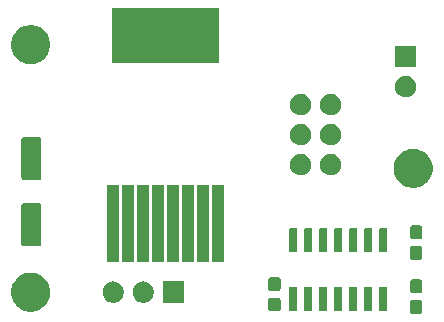
<source format=gbr>
G04 #@! TF.GenerationSoftware,KiCad,Pcbnew,(5.1.5-0)*
G04 #@! TF.CreationDate,2020-01-21T16:49:25-05:00*
G04 #@! TF.ProjectId,lever,6c657665-722e-46b6-9963-61645f706362,1.1*
G04 #@! TF.SameCoordinates,Original*
G04 #@! TF.FileFunction,Soldermask,Top*
G04 #@! TF.FilePolarity,Negative*
%FSLAX46Y46*%
G04 Gerber Fmt 4.6, Leading zero omitted, Abs format (unit mm)*
G04 Created by KiCad (PCBNEW (5.1.5-0)) date 2020-01-21 16:49:25*
%MOMM*%
%LPD*%
G04 APERTURE LIST*
%ADD10C,0.100000*%
G04 APERTURE END LIST*
D10*
G36*
X133968499Y-95299445D02*
G01*
X134005995Y-95310820D01*
X134040554Y-95329292D01*
X134070847Y-95354153D01*
X134095708Y-95384446D01*
X134114180Y-95419005D01*
X134125555Y-95456501D01*
X134130000Y-95501638D01*
X134130000Y-96240362D01*
X134125555Y-96285499D01*
X134114180Y-96322995D01*
X134095708Y-96357554D01*
X134070847Y-96387847D01*
X134040554Y-96412708D01*
X134005995Y-96431180D01*
X133968499Y-96442555D01*
X133923362Y-96447000D01*
X133284638Y-96447000D01*
X133239501Y-96442555D01*
X133202005Y-96431180D01*
X133167446Y-96412708D01*
X133137153Y-96387847D01*
X133112292Y-96357554D01*
X133093820Y-96322995D01*
X133082445Y-96285499D01*
X133078000Y-96240362D01*
X133078000Y-95501638D01*
X133082445Y-95456501D01*
X133093820Y-95419005D01*
X133112292Y-95384446D01*
X133137153Y-95354153D01*
X133167446Y-95329292D01*
X133202005Y-95310820D01*
X133239501Y-95299445D01*
X133284638Y-95295000D01*
X133923362Y-95295000D01*
X133968499Y-95299445D01*
G37*
G36*
X101340256Y-93006298D02*
G01*
X101446579Y-93027447D01*
X101747042Y-93151903D01*
X102017451Y-93332585D01*
X102247415Y-93562549D01*
X102428097Y-93832958D01*
X102514125Y-94040647D01*
X102552553Y-94133422D01*
X102616000Y-94452389D01*
X102616000Y-94777611D01*
X102573702Y-94990256D01*
X102552553Y-95096579D01*
X102497907Y-95228505D01*
X102433315Y-95384446D01*
X102428097Y-95397042D01*
X102247415Y-95667451D01*
X102017451Y-95897415D01*
X101747042Y-96078097D01*
X101747041Y-96078098D01*
X101747040Y-96078098D01*
X101706237Y-96094999D01*
X101446579Y-96202553D01*
X101340256Y-96223702D01*
X101127611Y-96266000D01*
X100802389Y-96266000D01*
X100589744Y-96223702D01*
X100483421Y-96202553D01*
X100223763Y-96094999D01*
X100182960Y-96078098D01*
X100182959Y-96078098D01*
X100182958Y-96078097D01*
X99912549Y-95897415D01*
X99682585Y-95667451D01*
X99501903Y-95397042D01*
X99496686Y-95384446D01*
X99432093Y-95228505D01*
X99377447Y-95096579D01*
X99356298Y-94990256D01*
X99314000Y-94777611D01*
X99314000Y-94452389D01*
X99377447Y-94133422D01*
X99415876Y-94040647D01*
X99501903Y-93832958D01*
X99682585Y-93562549D01*
X99912549Y-93332585D01*
X100182958Y-93151903D01*
X100483421Y-93027447D01*
X100589744Y-93006298D01*
X100802389Y-92964000D01*
X101127611Y-92964000D01*
X101340256Y-93006298D01*
G37*
G36*
X121966999Y-95108945D02*
G01*
X122004495Y-95120320D01*
X122039054Y-95138792D01*
X122069347Y-95163653D01*
X122094208Y-95193946D01*
X122112680Y-95228505D01*
X122124055Y-95266001D01*
X122128500Y-95311138D01*
X122128500Y-96049862D01*
X122124055Y-96094999D01*
X122112680Y-96132495D01*
X122094208Y-96167054D01*
X122069347Y-96197347D01*
X122039054Y-96222208D01*
X122004495Y-96240680D01*
X121966999Y-96252055D01*
X121921862Y-96256500D01*
X121283138Y-96256500D01*
X121238001Y-96252055D01*
X121200505Y-96240680D01*
X121165946Y-96222208D01*
X121135653Y-96197347D01*
X121110792Y-96167054D01*
X121092320Y-96132495D01*
X121080945Y-96094999D01*
X121076500Y-96049862D01*
X121076500Y-95311138D01*
X121080945Y-95266001D01*
X121092320Y-95228505D01*
X121110792Y-95193946D01*
X121135653Y-95163653D01*
X121165946Y-95138792D01*
X121200505Y-95120320D01*
X121238001Y-95108945D01*
X121283138Y-95104500D01*
X121921862Y-95104500D01*
X121966999Y-95108945D01*
G37*
G36*
X131069928Y-94161764D02*
G01*
X131091009Y-94168160D01*
X131110445Y-94178548D01*
X131127476Y-94192524D01*
X131141452Y-94209555D01*
X131151840Y-94228991D01*
X131158236Y-94250072D01*
X131161000Y-94278140D01*
X131161000Y-96091860D01*
X131158236Y-96119928D01*
X131151840Y-96141009D01*
X131141452Y-96160445D01*
X131127476Y-96177476D01*
X131110445Y-96191452D01*
X131091009Y-96201840D01*
X131069928Y-96208236D01*
X131041860Y-96211000D01*
X130578140Y-96211000D01*
X130550072Y-96208236D01*
X130528991Y-96201840D01*
X130509555Y-96191452D01*
X130492524Y-96177476D01*
X130478548Y-96160445D01*
X130468160Y-96141009D01*
X130461764Y-96119928D01*
X130459000Y-96091860D01*
X130459000Y-94278140D01*
X130461764Y-94250072D01*
X130468160Y-94228991D01*
X130478548Y-94209555D01*
X130492524Y-94192524D01*
X130509555Y-94178548D01*
X130528991Y-94168160D01*
X130550072Y-94161764D01*
X130578140Y-94159000D01*
X131041860Y-94159000D01*
X131069928Y-94161764D01*
G37*
G36*
X129799928Y-94161764D02*
G01*
X129821009Y-94168160D01*
X129840445Y-94178548D01*
X129857476Y-94192524D01*
X129871452Y-94209555D01*
X129881840Y-94228991D01*
X129888236Y-94250072D01*
X129891000Y-94278140D01*
X129891000Y-96091860D01*
X129888236Y-96119928D01*
X129881840Y-96141009D01*
X129871452Y-96160445D01*
X129857476Y-96177476D01*
X129840445Y-96191452D01*
X129821009Y-96201840D01*
X129799928Y-96208236D01*
X129771860Y-96211000D01*
X129308140Y-96211000D01*
X129280072Y-96208236D01*
X129258991Y-96201840D01*
X129239555Y-96191452D01*
X129222524Y-96177476D01*
X129208548Y-96160445D01*
X129198160Y-96141009D01*
X129191764Y-96119928D01*
X129189000Y-96091860D01*
X129189000Y-94278140D01*
X129191764Y-94250072D01*
X129198160Y-94228991D01*
X129208548Y-94209555D01*
X129222524Y-94192524D01*
X129239555Y-94178548D01*
X129258991Y-94168160D01*
X129280072Y-94161764D01*
X129308140Y-94159000D01*
X129771860Y-94159000D01*
X129799928Y-94161764D01*
G37*
G36*
X128529928Y-94161764D02*
G01*
X128551009Y-94168160D01*
X128570445Y-94178548D01*
X128587476Y-94192524D01*
X128601452Y-94209555D01*
X128611840Y-94228991D01*
X128618236Y-94250072D01*
X128621000Y-94278140D01*
X128621000Y-96091860D01*
X128618236Y-96119928D01*
X128611840Y-96141009D01*
X128601452Y-96160445D01*
X128587476Y-96177476D01*
X128570445Y-96191452D01*
X128551009Y-96201840D01*
X128529928Y-96208236D01*
X128501860Y-96211000D01*
X128038140Y-96211000D01*
X128010072Y-96208236D01*
X127988991Y-96201840D01*
X127969555Y-96191452D01*
X127952524Y-96177476D01*
X127938548Y-96160445D01*
X127928160Y-96141009D01*
X127921764Y-96119928D01*
X127919000Y-96091860D01*
X127919000Y-94278140D01*
X127921764Y-94250072D01*
X127928160Y-94228991D01*
X127938548Y-94209555D01*
X127952524Y-94192524D01*
X127969555Y-94178548D01*
X127988991Y-94168160D01*
X128010072Y-94161764D01*
X128038140Y-94159000D01*
X128501860Y-94159000D01*
X128529928Y-94161764D01*
G37*
G36*
X127259928Y-94161764D02*
G01*
X127281009Y-94168160D01*
X127300445Y-94178548D01*
X127317476Y-94192524D01*
X127331452Y-94209555D01*
X127341840Y-94228991D01*
X127348236Y-94250072D01*
X127351000Y-94278140D01*
X127351000Y-96091860D01*
X127348236Y-96119928D01*
X127341840Y-96141009D01*
X127331452Y-96160445D01*
X127317476Y-96177476D01*
X127300445Y-96191452D01*
X127281009Y-96201840D01*
X127259928Y-96208236D01*
X127231860Y-96211000D01*
X126768140Y-96211000D01*
X126740072Y-96208236D01*
X126718991Y-96201840D01*
X126699555Y-96191452D01*
X126682524Y-96177476D01*
X126668548Y-96160445D01*
X126658160Y-96141009D01*
X126651764Y-96119928D01*
X126649000Y-96091860D01*
X126649000Y-94278140D01*
X126651764Y-94250072D01*
X126658160Y-94228991D01*
X126668548Y-94209555D01*
X126682524Y-94192524D01*
X126699555Y-94178548D01*
X126718991Y-94168160D01*
X126740072Y-94161764D01*
X126768140Y-94159000D01*
X127231860Y-94159000D01*
X127259928Y-94161764D01*
G37*
G36*
X125989928Y-94161764D02*
G01*
X126011009Y-94168160D01*
X126030445Y-94178548D01*
X126047476Y-94192524D01*
X126061452Y-94209555D01*
X126071840Y-94228991D01*
X126078236Y-94250072D01*
X126081000Y-94278140D01*
X126081000Y-96091860D01*
X126078236Y-96119928D01*
X126071840Y-96141009D01*
X126061452Y-96160445D01*
X126047476Y-96177476D01*
X126030445Y-96191452D01*
X126011009Y-96201840D01*
X125989928Y-96208236D01*
X125961860Y-96211000D01*
X125498140Y-96211000D01*
X125470072Y-96208236D01*
X125448991Y-96201840D01*
X125429555Y-96191452D01*
X125412524Y-96177476D01*
X125398548Y-96160445D01*
X125388160Y-96141009D01*
X125381764Y-96119928D01*
X125379000Y-96091860D01*
X125379000Y-94278140D01*
X125381764Y-94250072D01*
X125388160Y-94228991D01*
X125398548Y-94209555D01*
X125412524Y-94192524D01*
X125429555Y-94178548D01*
X125448991Y-94168160D01*
X125470072Y-94161764D01*
X125498140Y-94159000D01*
X125961860Y-94159000D01*
X125989928Y-94161764D01*
G37*
G36*
X124719928Y-94161764D02*
G01*
X124741009Y-94168160D01*
X124760445Y-94178548D01*
X124777476Y-94192524D01*
X124791452Y-94209555D01*
X124801840Y-94228991D01*
X124808236Y-94250072D01*
X124811000Y-94278140D01*
X124811000Y-96091860D01*
X124808236Y-96119928D01*
X124801840Y-96141009D01*
X124791452Y-96160445D01*
X124777476Y-96177476D01*
X124760445Y-96191452D01*
X124741009Y-96201840D01*
X124719928Y-96208236D01*
X124691860Y-96211000D01*
X124228140Y-96211000D01*
X124200072Y-96208236D01*
X124178991Y-96201840D01*
X124159555Y-96191452D01*
X124142524Y-96177476D01*
X124128548Y-96160445D01*
X124118160Y-96141009D01*
X124111764Y-96119928D01*
X124109000Y-96091860D01*
X124109000Y-94278140D01*
X124111764Y-94250072D01*
X124118160Y-94228991D01*
X124128548Y-94209555D01*
X124142524Y-94192524D01*
X124159555Y-94178548D01*
X124178991Y-94168160D01*
X124200072Y-94161764D01*
X124228140Y-94159000D01*
X124691860Y-94159000D01*
X124719928Y-94161764D01*
G37*
G36*
X123449928Y-94161764D02*
G01*
X123471009Y-94168160D01*
X123490445Y-94178548D01*
X123507476Y-94192524D01*
X123521452Y-94209555D01*
X123531840Y-94228991D01*
X123538236Y-94250072D01*
X123541000Y-94278140D01*
X123541000Y-96091860D01*
X123538236Y-96119928D01*
X123531840Y-96141009D01*
X123521452Y-96160445D01*
X123507476Y-96177476D01*
X123490445Y-96191452D01*
X123471009Y-96201840D01*
X123449928Y-96208236D01*
X123421860Y-96211000D01*
X122958140Y-96211000D01*
X122930072Y-96208236D01*
X122908991Y-96201840D01*
X122889555Y-96191452D01*
X122872524Y-96177476D01*
X122858548Y-96160445D01*
X122848160Y-96141009D01*
X122841764Y-96119928D01*
X122839000Y-96091860D01*
X122839000Y-94278140D01*
X122841764Y-94250072D01*
X122848160Y-94228991D01*
X122858548Y-94209555D01*
X122872524Y-94192524D01*
X122889555Y-94178548D01*
X122908991Y-94168160D01*
X122930072Y-94161764D01*
X122958140Y-94159000D01*
X123421860Y-94159000D01*
X123449928Y-94161764D01*
G37*
G36*
X113931000Y-95516000D02*
G01*
X112129000Y-95516000D01*
X112129000Y-93714000D01*
X113931000Y-93714000D01*
X113931000Y-95516000D01*
G37*
G36*
X110603512Y-93718927D02*
G01*
X110752812Y-93748624D01*
X110916784Y-93816544D01*
X111064354Y-93915147D01*
X111189853Y-94040646D01*
X111288456Y-94188216D01*
X111356376Y-94352188D01*
X111391000Y-94526259D01*
X111391000Y-94703741D01*
X111356376Y-94877812D01*
X111288456Y-95041784D01*
X111189853Y-95189354D01*
X111064354Y-95314853D01*
X110916784Y-95413456D01*
X110752812Y-95481376D01*
X110603512Y-95511073D01*
X110578742Y-95516000D01*
X110401258Y-95516000D01*
X110376488Y-95511073D01*
X110227188Y-95481376D01*
X110063216Y-95413456D01*
X109915646Y-95314853D01*
X109790147Y-95189354D01*
X109691544Y-95041784D01*
X109623624Y-94877812D01*
X109589000Y-94703741D01*
X109589000Y-94526259D01*
X109623624Y-94352188D01*
X109691544Y-94188216D01*
X109790147Y-94040646D01*
X109915646Y-93915147D01*
X110063216Y-93816544D01*
X110227188Y-93748624D01*
X110376488Y-93718927D01*
X110401258Y-93714000D01*
X110578742Y-93714000D01*
X110603512Y-93718927D01*
G37*
G36*
X108063512Y-93718927D02*
G01*
X108212812Y-93748624D01*
X108376784Y-93816544D01*
X108524354Y-93915147D01*
X108649853Y-94040646D01*
X108748456Y-94188216D01*
X108816376Y-94352188D01*
X108851000Y-94526259D01*
X108851000Y-94703741D01*
X108816376Y-94877812D01*
X108748456Y-95041784D01*
X108649853Y-95189354D01*
X108524354Y-95314853D01*
X108376784Y-95413456D01*
X108212812Y-95481376D01*
X108063512Y-95511073D01*
X108038742Y-95516000D01*
X107861258Y-95516000D01*
X107836488Y-95511073D01*
X107687188Y-95481376D01*
X107523216Y-95413456D01*
X107375646Y-95314853D01*
X107250147Y-95189354D01*
X107151544Y-95041784D01*
X107083624Y-94877812D01*
X107049000Y-94703741D01*
X107049000Y-94526259D01*
X107083624Y-94352188D01*
X107151544Y-94188216D01*
X107250147Y-94040646D01*
X107375646Y-93915147D01*
X107523216Y-93816544D01*
X107687188Y-93748624D01*
X107836488Y-93718927D01*
X107861258Y-93714000D01*
X108038742Y-93714000D01*
X108063512Y-93718927D01*
G37*
G36*
X133968499Y-93549445D02*
G01*
X134005995Y-93560820D01*
X134040554Y-93579292D01*
X134070847Y-93604153D01*
X134095708Y-93634446D01*
X134114180Y-93669005D01*
X134125555Y-93706501D01*
X134130000Y-93751638D01*
X134130000Y-94490362D01*
X134125555Y-94535499D01*
X134114180Y-94572995D01*
X134095708Y-94607554D01*
X134070847Y-94637847D01*
X134040554Y-94662708D01*
X134005995Y-94681180D01*
X133968499Y-94692555D01*
X133923362Y-94697000D01*
X133284638Y-94697000D01*
X133239501Y-94692555D01*
X133202005Y-94681180D01*
X133167446Y-94662708D01*
X133137153Y-94637847D01*
X133112292Y-94607554D01*
X133093820Y-94572995D01*
X133082445Y-94535499D01*
X133078000Y-94490362D01*
X133078000Y-93751638D01*
X133082445Y-93706501D01*
X133093820Y-93669005D01*
X133112292Y-93634446D01*
X133137153Y-93604153D01*
X133167446Y-93579292D01*
X133202005Y-93560820D01*
X133239501Y-93549445D01*
X133284638Y-93545000D01*
X133923362Y-93545000D01*
X133968499Y-93549445D01*
G37*
G36*
X121966999Y-93358945D02*
G01*
X122004495Y-93370320D01*
X122039054Y-93388792D01*
X122069347Y-93413653D01*
X122094208Y-93443946D01*
X122112680Y-93478505D01*
X122124055Y-93516001D01*
X122128500Y-93561138D01*
X122128500Y-94299862D01*
X122124055Y-94344999D01*
X122112680Y-94382495D01*
X122094208Y-94417054D01*
X122069347Y-94447347D01*
X122039054Y-94472208D01*
X122004495Y-94490680D01*
X121966999Y-94502055D01*
X121921862Y-94506500D01*
X121283138Y-94506500D01*
X121238001Y-94502055D01*
X121200505Y-94490680D01*
X121165946Y-94472208D01*
X121135653Y-94447347D01*
X121110792Y-94417054D01*
X121092320Y-94382495D01*
X121080945Y-94344999D01*
X121076500Y-94299862D01*
X121076500Y-93561138D01*
X121080945Y-93516001D01*
X121092320Y-93478505D01*
X121110792Y-93443946D01*
X121135653Y-93413653D01*
X121165946Y-93388792D01*
X121200505Y-93370320D01*
X121238001Y-93358945D01*
X121283138Y-93354500D01*
X121921862Y-93354500D01*
X121966999Y-93358945D01*
G37*
G36*
X113511600Y-92104600D02*
G01*
X112548400Y-92104600D01*
X112548400Y-85551400D01*
X113511600Y-85551400D01*
X113511600Y-92104600D01*
G37*
G36*
X109701600Y-92104600D02*
G01*
X108738400Y-92104600D01*
X108738400Y-85551400D01*
X109701600Y-85551400D01*
X109701600Y-92104600D01*
G37*
G36*
X114781600Y-92104600D02*
G01*
X113818400Y-92104600D01*
X113818400Y-85551400D01*
X114781600Y-85551400D01*
X114781600Y-92104600D01*
G37*
G36*
X116051600Y-92104600D02*
G01*
X115088400Y-92104600D01*
X115088400Y-85551400D01*
X116051600Y-85551400D01*
X116051600Y-92104600D01*
G37*
G36*
X117321600Y-92104600D02*
G01*
X116358400Y-92104600D01*
X116358400Y-85551400D01*
X117321600Y-85551400D01*
X117321600Y-92104600D01*
G37*
G36*
X112241600Y-92104600D02*
G01*
X111278400Y-92104600D01*
X111278400Y-85551400D01*
X112241600Y-85551400D01*
X112241600Y-92104600D01*
G37*
G36*
X110971600Y-92104600D02*
G01*
X110008400Y-92104600D01*
X110008400Y-85551400D01*
X110971600Y-85551400D01*
X110971600Y-92104600D01*
G37*
G36*
X108431600Y-92104600D02*
G01*
X107468400Y-92104600D01*
X107468400Y-85551400D01*
X108431600Y-85551400D01*
X108431600Y-92104600D01*
G37*
G36*
X133968499Y-90727445D02*
G01*
X134005995Y-90738820D01*
X134040554Y-90757292D01*
X134070847Y-90782153D01*
X134095708Y-90812446D01*
X134114180Y-90847005D01*
X134125555Y-90884501D01*
X134130000Y-90929638D01*
X134130000Y-91668362D01*
X134125555Y-91713499D01*
X134114180Y-91750995D01*
X134095708Y-91785554D01*
X134070847Y-91815847D01*
X134040554Y-91840708D01*
X134005995Y-91859180D01*
X133968499Y-91870555D01*
X133923362Y-91875000D01*
X133284638Y-91875000D01*
X133239501Y-91870555D01*
X133202005Y-91859180D01*
X133167446Y-91840708D01*
X133137153Y-91815847D01*
X133112292Y-91785554D01*
X133093820Y-91750995D01*
X133082445Y-91713499D01*
X133078000Y-91668362D01*
X133078000Y-90929638D01*
X133082445Y-90884501D01*
X133093820Y-90847005D01*
X133112292Y-90812446D01*
X133137153Y-90782153D01*
X133167446Y-90757292D01*
X133202005Y-90738820D01*
X133239501Y-90727445D01*
X133284638Y-90723000D01*
X133923362Y-90723000D01*
X133968499Y-90727445D01*
G37*
G36*
X129799928Y-89211764D02*
G01*
X129821009Y-89218160D01*
X129840445Y-89228548D01*
X129857476Y-89242524D01*
X129871452Y-89259555D01*
X129881840Y-89278991D01*
X129888236Y-89300072D01*
X129891000Y-89328140D01*
X129891000Y-91141860D01*
X129888236Y-91169928D01*
X129881840Y-91191009D01*
X129871452Y-91210445D01*
X129857476Y-91227476D01*
X129840445Y-91241452D01*
X129821009Y-91251840D01*
X129799928Y-91258236D01*
X129771860Y-91261000D01*
X129308140Y-91261000D01*
X129280072Y-91258236D01*
X129258991Y-91251840D01*
X129239555Y-91241452D01*
X129222524Y-91227476D01*
X129208548Y-91210445D01*
X129198160Y-91191009D01*
X129191764Y-91169928D01*
X129189000Y-91141860D01*
X129189000Y-89328140D01*
X129191764Y-89300072D01*
X129198160Y-89278991D01*
X129208548Y-89259555D01*
X129222524Y-89242524D01*
X129239555Y-89228548D01*
X129258991Y-89218160D01*
X129280072Y-89211764D01*
X129308140Y-89209000D01*
X129771860Y-89209000D01*
X129799928Y-89211764D01*
G37*
G36*
X124719928Y-89211764D02*
G01*
X124741009Y-89218160D01*
X124760445Y-89228548D01*
X124777476Y-89242524D01*
X124791452Y-89259555D01*
X124801840Y-89278991D01*
X124808236Y-89300072D01*
X124811000Y-89328140D01*
X124811000Y-91141860D01*
X124808236Y-91169928D01*
X124801840Y-91191009D01*
X124791452Y-91210445D01*
X124777476Y-91227476D01*
X124760445Y-91241452D01*
X124741009Y-91251840D01*
X124719928Y-91258236D01*
X124691860Y-91261000D01*
X124228140Y-91261000D01*
X124200072Y-91258236D01*
X124178991Y-91251840D01*
X124159555Y-91241452D01*
X124142524Y-91227476D01*
X124128548Y-91210445D01*
X124118160Y-91191009D01*
X124111764Y-91169928D01*
X124109000Y-91141860D01*
X124109000Y-89328140D01*
X124111764Y-89300072D01*
X124118160Y-89278991D01*
X124128548Y-89259555D01*
X124142524Y-89242524D01*
X124159555Y-89228548D01*
X124178991Y-89218160D01*
X124200072Y-89211764D01*
X124228140Y-89209000D01*
X124691860Y-89209000D01*
X124719928Y-89211764D01*
G37*
G36*
X125989928Y-89211764D02*
G01*
X126011009Y-89218160D01*
X126030445Y-89228548D01*
X126047476Y-89242524D01*
X126061452Y-89259555D01*
X126071840Y-89278991D01*
X126078236Y-89300072D01*
X126081000Y-89328140D01*
X126081000Y-91141860D01*
X126078236Y-91169928D01*
X126071840Y-91191009D01*
X126061452Y-91210445D01*
X126047476Y-91227476D01*
X126030445Y-91241452D01*
X126011009Y-91251840D01*
X125989928Y-91258236D01*
X125961860Y-91261000D01*
X125498140Y-91261000D01*
X125470072Y-91258236D01*
X125448991Y-91251840D01*
X125429555Y-91241452D01*
X125412524Y-91227476D01*
X125398548Y-91210445D01*
X125388160Y-91191009D01*
X125381764Y-91169928D01*
X125379000Y-91141860D01*
X125379000Y-89328140D01*
X125381764Y-89300072D01*
X125388160Y-89278991D01*
X125398548Y-89259555D01*
X125412524Y-89242524D01*
X125429555Y-89228548D01*
X125448991Y-89218160D01*
X125470072Y-89211764D01*
X125498140Y-89209000D01*
X125961860Y-89209000D01*
X125989928Y-89211764D01*
G37*
G36*
X123449928Y-89211764D02*
G01*
X123471009Y-89218160D01*
X123490445Y-89228548D01*
X123507476Y-89242524D01*
X123521452Y-89259555D01*
X123531840Y-89278991D01*
X123538236Y-89300072D01*
X123541000Y-89328140D01*
X123541000Y-91141860D01*
X123538236Y-91169928D01*
X123531840Y-91191009D01*
X123521452Y-91210445D01*
X123507476Y-91227476D01*
X123490445Y-91241452D01*
X123471009Y-91251840D01*
X123449928Y-91258236D01*
X123421860Y-91261000D01*
X122958140Y-91261000D01*
X122930072Y-91258236D01*
X122908991Y-91251840D01*
X122889555Y-91241452D01*
X122872524Y-91227476D01*
X122858548Y-91210445D01*
X122848160Y-91191009D01*
X122841764Y-91169928D01*
X122839000Y-91141860D01*
X122839000Y-89328140D01*
X122841764Y-89300072D01*
X122848160Y-89278991D01*
X122858548Y-89259555D01*
X122872524Y-89242524D01*
X122889555Y-89228548D01*
X122908991Y-89218160D01*
X122930072Y-89211764D01*
X122958140Y-89209000D01*
X123421860Y-89209000D01*
X123449928Y-89211764D01*
G37*
G36*
X131069928Y-89211764D02*
G01*
X131091009Y-89218160D01*
X131110445Y-89228548D01*
X131127476Y-89242524D01*
X131141452Y-89259555D01*
X131151840Y-89278991D01*
X131158236Y-89300072D01*
X131161000Y-89328140D01*
X131161000Y-91141860D01*
X131158236Y-91169928D01*
X131151840Y-91191009D01*
X131141452Y-91210445D01*
X131127476Y-91227476D01*
X131110445Y-91241452D01*
X131091009Y-91251840D01*
X131069928Y-91258236D01*
X131041860Y-91261000D01*
X130578140Y-91261000D01*
X130550072Y-91258236D01*
X130528991Y-91251840D01*
X130509555Y-91241452D01*
X130492524Y-91227476D01*
X130478548Y-91210445D01*
X130468160Y-91191009D01*
X130461764Y-91169928D01*
X130459000Y-91141860D01*
X130459000Y-89328140D01*
X130461764Y-89300072D01*
X130468160Y-89278991D01*
X130478548Y-89259555D01*
X130492524Y-89242524D01*
X130509555Y-89228548D01*
X130528991Y-89218160D01*
X130550072Y-89211764D01*
X130578140Y-89209000D01*
X131041860Y-89209000D01*
X131069928Y-89211764D01*
G37*
G36*
X127259928Y-89211764D02*
G01*
X127281009Y-89218160D01*
X127300445Y-89228548D01*
X127317476Y-89242524D01*
X127331452Y-89259555D01*
X127341840Y-89278991D01*
X127348236Y-89300072D01*
X127351000Y-89328140D01*
X127351000Y-91141860D01*
X127348236Y-91169928D01*
X127341840Y-91191009D01*
X127331452Y-91210445D01*
X127317476Y-91227476D01*
X127300445Y-91241452D01*
X127281009Y-91251840D01*
X127259928Y-91258236D01*
X127231860Y-91261000D01*
X126768140Y-91261000D01*
X126740072Y-91258236D01*
X126718991Y-91251840D01*
X126699555Y-91241452D01*
X126682524Y-91227476D01*
X126668548Y-91210445D01*
X126658160Y-91191009D01*
X126651764Y-91169928D01*
X126649000Y-91141860D01*
X126649000Y-89328140D01*
X126651764Y-89300072D01*
X126658160Y-89278991D01*
X126668548Y-89259555D01*
X126682524Y-89242524D01*
X126699555Y-89228548D01*
X126718991Y-89218160D01*
X126740072Y-89211764D01*
X126768140Y-89209000D01*
X127231860Y-89209000D01*
X127259928Y-89211764D01*
G37*
G36*
X128529928Y-89211764D02*
G01*
X128551009Y-89218160D01*
X128570445Y-89228548D01*
X128587476Y-89242524D01*
X128601452Y-89259555D01*
X128611840Y-89278991D01*
X128618236Y-89300072D01*
X128621000Y-89328140D01*
X128621000Y-91141860D01*
X128618236Y-91169928D01*
X128611840Y-91191009D01*
X128601452Y-91210445D01*
X128587476Y-91227476D01*
X128570445Y-91241452D01*
X128551009Y-91251840D01*
X128529928Y-91258236D01*
X128501860Y-91261000D01*
X128038140Y-91261000D01*
X128010072Y-91258236D01*
X127988991Y-91251840D01*
X127969555Y-91241452D01*
X127952524Y-91227476D01*
X127938548Y-91210445D01*
X127928160Y-91191009D01*
X127921764Y-91169928D01*
X127919000Y-91141860D01*
X127919000Y-89328140D01*
X127921764Y-89300072D01*
X127928160Y-89278991D01*
X127938548Y-89259555D01*
X127952524Y-89242524D01*
X127969555Y-89228548D01*
X127988991Y-89218160D01*
X128010072Y-89211764D01*
X128038140Y-89209000D01*
X128501860Y-89209000D01*
X128529928Y-89211764D01*
G37*
G36*
X101734497Y-87109051D02*
G01*
X101768152Y-87119261D01*
X101799165Y-87135838D01*
X101826351Y-87158149D01*
X101848662Y-87185335D01*
X101865239Y-87216348D01*
X101875449Y-87250003D01*
X101879500Y-87291138D01*
X101879500Y-90520862D01*
X101875449Y-90561997D01*
X101865239Y-90595652D01*
X101848662Y-90626665D01*
X101826351Y-90653851D01*
X101799165Y-90676162D01*
X101768152Y-90692739D01*
X101734497Y-90702949D01*
X101693362Y-90707000D01*
X100363638Y-90707000D01*
X100322503Y-90702949D01*
X100288848Y-90692739D01*
X100257835Y-90676162D01*
X100230649Y-90653851D01*
X100208338Y-90626665D01*
X100191761Y-90595652D01*
X100181551Y-90561997D01*
X100177500Y-90520862D01*
X100177500Y-87291138D01*
X100181551Y-87250003D01*
X100191761Y-87216348D01*
X100208338Y-87185335D01*
X100230649Y-87158149D01*
X100257835Y-87135838D01*
X100288848Y-87119261D01*
X100322503Y-87109051D01*
X100363638Y-87105000D01*
X101693362Y-87105000D01*
X101734497Y-87109051D01*
G37*
G36*
X133968499Y-88977445D02*
G01*
X134005995Y-88988820D01*
X134040554Y-89007292D01*
X134070847Y-89032153D01*
X134095708Y-89062446D01*
X134114180Y-89097005D01*
X134125555Y-89134501D01*
X134130000Y-89179638D01*
X134130000Y-89918362D01*
X134125555Y-89963499D01*
X134114180Y-90000995D01*
X134095708Y-90035554D01*
X134070847Y-90065847D01*
X134040554Y-90090708D01*
X134005995Y-90109180D01*
X133968499Y-90120555D01*
X133923362Y-90125000D01*
X133284638Y-90125000D01*
X133239501Y-90120555D01*
X133202005Y-90109180D01*
X133167446Y-90090708D01*
X133137153Y-90065847D01*
X133112292Y-90035554D01*
X133093820Y-90000995D01*
X133082445Y-89963499D01*
X133078000Y-89918362D01*
X133078000Y-89179638D01*
X133082445Y-89134501D01*
X133093820Y-89097005D01*
X133112292Y-89062446D01*
X133137153Y-89032153D01*
X133167446Y-89007292D01*
X133202005Y-88988820D01*
X133239501Y-88977445D01*
X133284638Y-88973000D01*
X133923362Y-88973000D01*
X133968499Y-88977445D01*
G37*
G36*
X133725256Y-82528798D02*
G01*
X133831579Y-82549947D01*
X134132042Y-82674403D01*
X134402451Y-82855085D01*
X134632415Y-83085049D01*
X134813097Y-83355458D01*
X134937553Y-83655921D01*
X135001000Y-83974891D01*
X135001000Y-84300109D01*
X134937553Y-84619079D01*
X134813097Y-84919542D01*
X134632415Y-85189951D01*
X134402451Y-85419915D01*
X134132042Y-85600597D01*
X133831579Y-85725053D01*
X133725256Y-85746202D01*
X133512611Y-85788500D01*
X133187389Y-85788500D01*
X132974744Y-85746202D01*
X132868421Y-85725053D01*
X132567958Y-85600597D01*
X132297549Y-85419915D01*
X132067585Y-85189951D01*
X131886903Y-84919542D01*
X131762447Y-84619079D01*
X131699000Y-84300109D01*
X131699000Y-83974891D01*
X131762447Y-83655921D01*
X131886903Y-83355458D01*
X132067585Y-83085049D01*
X132297549Y-82855085D01*
X132567958Y-82674403D01*
X132868421Y-82549947D01*
X132974744Y-82528798D01*
X133187389Y-82486500D01*
X133512611Y-82486500D01*
X133725256Y-82528798D01*
G37*
G36*
X101734497Y-81509051D02*
G01*
X101768152Y-81519261D01*
X101799165Y-81535838D01*
X101826351Y-81558149D01*
X101848662Y-81585335D01*
X101865239Y-81616348D01*
X101875449Y-81650003D01*
X101879500Y-81691138D01*
X101879500Y-84920862D01*
X101875449Y-84961997D01*
X101865239Y-84995652D01*
X101848662Y-85026665D01*
X101826351Y-85053851D01*
X101799165Y-85076162D01*
X101768152Y-85092739D01*
X101734497Y-85102949D01*
X101693362Y-85107000D01*
X100363638Y-85107000D01*
X100322503Y-85102949D01*
X100288848Y-85092739D01*
X100257835Y-85076162D01*
X100230649Y-85053851D01*
X100208338Y-85026665D01*
X100191761Y-84995652D01*
X100181551Y-84961997D01*
X100177500Y-84920862D01*
X100177500Y-81691138D01*
X100181551Y-81650003D01*
X100191761Y-81616348D01*
X100208338Y-81585335D01*
X100230649Y-81558149D01*
X100257835Y-81535838D01*
X100288848Y-81519261D01*
X100322503Y-81509051D01*
X100363638Y-81505000D01*
X101693362Y-81505000D01*
X101734497Y-81509051D01*
G37*
G36*
X123938512Y-82923927D02*
G01*
X124087812Y-82953624D01*
X124251784Y-83021544D01*
X124399354Y-83120147D01*
X124524853Y-83245646D01*
X124623456Y-83393216D01*
X124691376Y-83557188D01*
X124726000Y-83731259D01*
X124726000Y-83908741D01*
X124691376Y-84082812D01*
X124623456Y-84246784D01*
X124524853Y-84394354D01*
X124399354Y-84519853D01*
X124251784Y-84618456D01*
X124087812Y-84686376D01*
X123938512Y-84716073D01*
X123913742Y-84721000D01*
X123736258Y-84721000D01*
X123711488Y-84716073D01*
X123562188Y-84686376D01*
X123398216Y-84618456D01*
X123250646Y-84519853D01*
X123125147Y-84394354D01*
X123026544Y-84246784D01*
X122958624Y-84082812D01*
X122924000Y-83908741D01*
X122924000Y-83731259D01*
X122958624Y-83557188D01*
X123026544Y-83393216D01*
X123125147Y-83245646D01*
X123250646Y-83120147D01*
X123398216Y-83021544D01*
X123562188Y-82953624D01*
X123711488Y-82923927D01*
X123736258Y-82919000D01*
X123913742Y-82919000D01*
X123938512Y-82923927D01*
G37*
G36*
X126478512Y-82923927D02*
G01*
X126627812Y-82953624D01*
X126791784Y-83021544D01*
X126939354Y-83120147D01*
X127064853Y-83245646D01*
X127163456Y-83393216D01*
X127231376Y-83557188D01*
X127266000Y-83731259D01*
X127266000Y-83908741D01*
X127231376Y-84082812D01*
X127163456Y-84246784D01*
X127064853Y-84394354D01*
X126939354Y-84519853D01*
X126791784Y-84618456D01*
X126627812Y-84686376D01*
X126478512Y-84716073D01*
X126453742Y-84721000D01*
X126276258Y-84721000D01*
X126251488Y-84716073D01*
X126102188Y-84686376D01*
X125938216Y-84618456D01*
X125790646Y-84519853D01*
X125665147Y-84394354D01*
X125566544Y-84246784D01*
X125498624Y-84082812D01*
X125464000Y-83908741D01*
X125464000Y-83731259D01*
X125498624Y-83557188D01*
X125566544Y-83393216D01*
X125665147Y-83245646D01*
X125790646Y-83120147D01*
X125938216Y-83021544D01*
X126102188Y-82953624D01*
X126251488Y-82923927D01*
X126276258Y-82919000D01*
X126453742Y-82919000D01*
X126478512Y-82923927D01*
G37*
G36*
X123938512Y-80383927D02*
G01*
X124087812Y-80413624D01*
X124251784Y-80481544D01*
X124399354Y-80580147D01*
X124524853Y-80705646D01*
X124623456Y-80853216D01*
X124691376Y-81017188D01*
X124726000Y-81191259D01*
X124726000Y-81368741D01*
X124691376Y-81542812D01*
X124623456Y-81706784D01*
X124524853Y-81854354D01*
X124399354Y-81979853D01*
X124251784Y-82078456D01*
X124087812Y-82146376D01*
X123938512Y-82176073D01*
X123913742Y-82181000D01*
X123736258Y-82181000D01*
X123711488Y-82176073D01*
X123562188Y-82146376D01*
X123398216Y-82078456D01*
X123250646Y-81979853D01*
X123125147Y-81854354D01*
X123026544Y-81706784D01*
X122958624Y-81542812D01*
X122924000Y-81368741D01*
X122924000Y-81191259D01*
X122958624Y-81017188D01*
X123026544Y-80853216D01*
X123125147Y-80705646D01*
X123250646Y-80580147D01*
X123398216Y-80481544D01*
X123562188Y-80413624D01*
X123711488Y-80383927D01*
X123736258Y-80379000D01*
X123913742Y-80379000D01*
X123938512Y-80383927D01*
G37*
G36*
X126478512Y-80383927D02*
G01*
X126627812Y-80413624D01*
X126791784Y-80481544D01*
X126939354Y-80580147D01*
X127064853Y-80705646D01*
X127163456Y-80853216D01*
X127231376Y-81017188D01*
X127266000Y-81191259D01*
X127266000Y-81368741D01*
X127231376Y-81542812D01*
X127163456Y-81706784D01*
X127064853Y-81854354D01*
X126939354Y-81979853D01*
X126791784Y-82078456D01*
X126627812Y-82146376D01*
X126478512Y-82176073D01*
X126453742Y-82181000D01*
X126276258Y-82181000D01*
X126251488Y-82176073D01*
X126102188Y-82146376D01*
X125938216Y-82078456D01*
X125790646Y-81979853D01*
X125665147Y-81854354D01*
X125566544Y-81706784D01*
X125498624Y-81542812D01*
X125464000Y-81368741D01*
X125464000Y-81191259D01*
X125498624Y-81017188D01*
X125566544Y-80853216D01*
X125665147Y-80705646D01*
X125790646Y-80580147D01*
X125938216Y-80481544D01*
X126102188Y-80413624D01*
X126251488Y-80383927D01*
X126276258Y-80379000D01*
X126453742Y-80379000D01*
X126478512Y-80383927D01*
G37*
G36*
X123938512Y-77843927D02*
G01*
X124087812Y-77873624D01*
X124251784Y-77941544D01*
X124399354Y-78040147D01*
X124524853Y-78165646D01*
X124623456Y-78313216D01*
X124691376Y-78477188D01*
X124726000Y-78651259D01*
X124726000Y-78828741D01*
X124691376Y-79002812D01*
X124623456Y-79166784D01*
X124524853Y-79314354D01*
X124399354Y-79439853D01*
X124251784Y-79538456D01*
X124087812Y-79606376D01*
X123938512Y-79636073D01*
X123913742Y-79641000D01*
X123736258Y-79641000D01*
X123711488Y-79636073D01*
X123562188Y-79606376D01*
X123398216Y-79538456D01*
X123250646Y-79439853D01*
X123125147Y-79314354D01*
X123026544Y-79166784D01*
X122958624Y-79002812D01*
X122924000Y-78828741D01*
X122924000Y-78651259D01*
X122958624Y-78477188D01*
X123026544Y-78313216D01*
X123125147Y-78165646D01*
X123250646Y-78040147D01*
X123398216Y-77941544D01*
X123562188Y-77873624D01*
X123711488Y-77843927D01*
X123736258Y-77839000D01*
X123913742Y-77839000D01*
X123938512Y-77843927D01*
G37*
G36*
X126478512Y-77843927D02*
G01*
X126627812Y-77873624D01*
X126791784Y-77941544D01*
X126939354Y-78040147D01*
X127064853Y-78165646D01*
X127163456Y-78313216D01*
X127231376Y-78477188D01*
X127266000Y-78651259D01*
X127266000Y-78828741D01*
X127231376Y-79002812D01*
X127163456Y-79166784D01*
X127064853Y-79314354D01*
X126939354Y-79439853D01*
X126791784Y-79538456D01*
X126627812Y-79606376D01*
X126478512Y-79636073D01*
X126453742Y-79641000D01*
X126276258Y-79641000D01*
X126251488Y-79636073D01*
X126102188Y-79606376D01*
X125938216Y-79538456D01*
X125790646Y-79439853D01*
X125665147Y-79314354D01*
X125566544Y-79166784D01*
X125498624Y-79002812D01*
X125464000Y-78828741D01*
X125464000Y-78651259D01*
X125498624Y-78477188D01*
X125566544Y-78313216D01*
X125665147Y-78165646D01*
X125790646Y-78040147D01*
X125938216Y-77941544D01*
X126102188Y-77873624D01*
X126251488Y-77843927D01*
X126276258Y-77839000D01*
X126453742Y-77839000D01*
X126478512Y-77843927D01*
G37*
G36*
X132828512Y-76319927D02*
G01*
X132977812Y-76349624D01*
X133141784Y-76417544D01*
X133289354Y-76516147D01*
X133414853Y-76641646D01*
X133513456Y-76789216D01*
X133581376Y-76953188D01*
X133616000Y-77127259D01*
X133616000Y-77304741D01*
X133581376Y-77478812D01*
X133513456Y-77642784D01*
X133414853Y-77790354D01*
X133289354Y-77915853D01*
X133141784Y-78014456D01*
X132977812Y-78082376D01*
X132828512Y-78112073D01*
X132803742Y-78117000D01*
X132626258Y-78117000D01*
X132601488Y-78112073D01*
X132452188Y-78082376D01*
X132288216Y-78014456D01*
X132140646Y-77915853D01*
X132015147Y-77790354D01*
X131916544Y-77642784D01*
X131848624Y-77478812D01*
X131814000Y-77304741D01*
X131814000Y-77127259D01*
X131848624Y-76953188D01*
X131916544Y-76789216D01*
X132015147Y-76641646D01*
X132140646Y-76516147D01*
X132288216Y-76417544D01*
X132452188Y-76349624D01*
X132601488Y-76319927D01*
X132626258Y-76315000D01*
X132803742Y-76315000D01*
X132828512Y-76319927D01*
G37*
G36*
X133616000Y-75577000D02*
G01*
X131814000Y-75577000D01*
X131814000Y-73775000D01*
X133616000Y-73775000D01*
X133616000Y-75577000D01*
G37*
G36*
X101340256Y-72051298D02*
G01*
X101446579Y-72072447D01*
X101747042Y-72196903D01*
X102017451Y-72377585D01*
X102247415Y-72607549D01*
X102428097Y-72877958D01*
X102552553Y-73178421D01*
X102616000Y-73497391D01*
X102616000Y-73822609D01*
X102552553Y-74141579D01*
X102428097Y-74442042D01*
X102247415Y-74712451D01*
X102017451Y-74942415D01*
X101747042Y-75123097D01*
X101446579Y-75247553D01*
X101340256Y-75268702D01*
X101127611Y-75311000D01*
X100802389Y-75311000D01*
X100589744Y-75268702D01*
X100483421Y-75247553D01*
X100182958Y-75123097D01*
X99912549Y-74942415D01*
X99682585Y-74712451D01*
X99501903Y-74442042D01*
X99377447Y-74141579D01*
X99314000Y-73822609D01*
X99314000Y-73497391D01*
X99377447Y-73178421D01*
X99501903Y-72877958D01*
X99682585Y-72607549D01*
X99912549Y-72377585D01*
X100182958Y-72196903D01*
X100483421Y-72072447D01*
X100589744Y-72051298D01*
X100802389Y-72009000D01*
X101127611Y-72009000D01*
X101340256Y-72051298D01*
G37*
G36*
X116896600Y-75249600D02*
G01*
X107893400Y-75249600D01*
X107893400Y-70546400D01*
X116896600Y-70546400D01*
X116896600Y-75249600D01*
G37*
M02*

</source>
